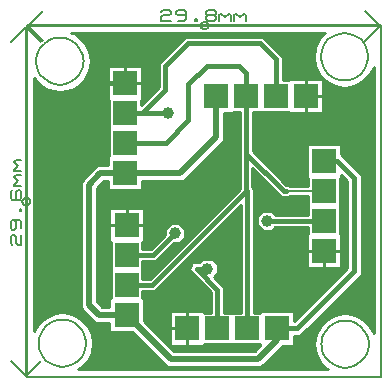
<source format=gbr>
G04 PROTEUS GERBER X2 FILE*
%TF.GenerationSoftware,Labcenter,Proteus,8.12-SP2-Build31155*%
%TF.CreationDate,2022-11-22T16:10:00+00:00*%
%TF.FileFunction,Copper,L2,Bot*%
%TF.FilePolarity,Positive*%
%TF.Part,Single*%
%TF.SameCoordinates,{c16a8dad-42be-4f3a-a876-1634d5cf0ecb}*%
%FSLAX45Y45*%
%MOMM*%
G01*
%TA.AperFunction,Conductor*%
%ADD17C,0.500000*%
%ADD10C,0.400000*%
%ADD18C,0.203200*%
%TA.AperFunction,ViaPad*%
%ADD11C,1.000000*%
%TA.AperFunction,Conductor*%
%ADD12C,0.254000*%
%TA.AperFunction,ComponentPad*%
%ADD13R,2.032000X2.032000*%
%TA.AperFunction,Profile*%
%ADD14C,0.203200*%
%TA.AperFunction,NonMaterial*%
%ADD15C,0.203200*%
%TD.AperFunction*%
G36*
X-1653838Y+2034908D02*
X-1698980Y+1985422D01*
X-1732857Y+1918325D01*
X-1746346Y+1835660D01*
X-1732857Y+1752995D01*
X-1698980Y+1685898D01*
X-1653838Y+1636412D01*
X-1601011Y+1601629D01*
X-1543584Y+1581040D01*
X-1484580Y+1574305D01*
X-1425576Y+1581040D01*
X-1368149Y+1601629D01*
X-1315322Y+1636412D01*
X-1270180Y+1685898D01*
X-1238360Y+1748921D01*
X-1238360Y-501916D01*
X-1265260Y-448638D01*
X-1310402Y-399152D01*
X-1363229Y-364369D01*
X-1420656Y-343780D01*
X-1479660Y-337045D01*
X-1538664Y-343780D01*
X-1596091Y-364369D01*
X-1648918Y-399152D01*
X-1694060Y-448638D01*
X-1727937Y-515735D01*
X-1741426Y-598400D01*
X-1727937Y-681065D01*
X-1694060Y-748162D01*
X-1648918Y-797648D01*
X-1628214Y-811280D01*
X-3736999Y-811280D01*
X-3704722Y-790028D01*
X-3659580Y-740542D01*
X-3625703Y-673445D01*
X-3612214Y-590780D01*
X-3625703Y-508115D01*
X-3659580Y-441018D01*
X-3704722Y-391532D01*
X-3757549Y-356749D01*
X-3814976Y-336160D01*
X-3873980Y-329425D01*
X-3932984Y-336160D01*
X-3990411Y-356749D01*
X-4043238Y-391532D01*
X-4088380Y-441018D01*
X-4112260Y-488315D01*
X-4112260Y+1656443D01*
X-4108380Y+1648758D01*
X-4063238Y+1599272D01*
X-4010411Y+1564489D01*
X-3952984Y+1543900D01*
X-3893980Y+1537165D01*
X-3834976Y+1543900D01*
X-3777549Y+1564489D01*
X-3724722Y+1599272D01*
X-3679580Y+1648758D01*
X-3645703Y+1715855D01*
X-3632214Y+1798520D01*
X-3645703Y+1881185D01*
X-3679580Y+1948282D01*
X-3724722Y+1997768D01*
X-3777549Y+2032551D01*
X-3796485Y+2039340D01*
X-1647107Y+2039340D01*
X-1653838Y+2034908D01*
G37*
%LPC*%
G36*
X-2024510Y+1852859D02*
X-2008981Y+1837330D01*
X-2008981Y+1634619D01*
X-1952779Y+1634619D01*
X-1952779Y+1644779D01*
X-1663221Y+1644779D01*
X-1663221Y+1355221D01*
X-1952779Y+1355221D01*
X-1952779Y+1365381D01*
X-2262981Y+1365381D01*
X-2262981Y+1037961D01*
X-1978039Y+753019D01*
X-1958039Y+753019D01*
X-1948199Y+743179D01*
X-1794619Y+743179D01*
X-1794619Y+809221D01*
X-1804779Y+809221D01*
X-1804779Y+1098779D01*
X-1515221Y+1098779D01*
X-1515221Y+1014569D01*
X-1336821Y+836169D01*
X-1336821Y+783831D01*
X-1339108Y+781544D01*
X-1339108Y-8455D01*
X-1858450Y-527797D01*
X-1908000Y-527797D01*
X-1908000Y-609398D01*
X-2005367Y-609398D01*
X-2188027Y-792058D01*
X-2984360Y-792058D01*
X-3281639Y-494779D01*
X-3474779Y-494779D01*
X-3474779Y-416349D01*
X-3594568Y-416349D01*
X-3718179Y-292738D01*
X-3718179Y+778239D01*
X-3578739Y+917679D01*
X-3485239Y+917679D01*
X-3485239Y+994279D01*
X-3475079Y+994279D01*
X-3475079Y+1466721D01*
X-3485239Y+1466721D01*
X-3485239Y+1756279D01*
X-3195681Y+1756279D01*
X-3195681Y+1466721D01*
X-3205841Y+1466721D01*
X-3205841Y+1426070D01*
X-3053019Y+1578892D01*
X-3053019Y+1781961D01*
X-2831600Y+2003380D01*
X-2175031Y+2003380D01*
X-2024510Y+1852859D01*
G37*
G36*
X-3795206Y+1385300D02*
X-3795206Y+1420674D01*
X-3770193Y+1445687D01*
X-3734819Y+1445687D01*
X-3709806Y+1420674D01*
X-3709806Y+1385300D01*
X-3734819Y+1360287D01*
X-3770193Y+1360287D01*
X-3795206Y+1385300D01*
G37*
%LPD*%
G36*
X-2369019Y+1057720D02*
X-2373333Y+1053406D01*
X-2373333Y+718033D01*
X-3134348Y-42982D01*
X-3195381Y-42982D01*
X-3195381Y+104981D01*
X-3080039Y+104981D01*
X-2930579Y+254441D01*
X-2884560Y+254441D01*
X-2834441Y+304560D01*
X-2834441Y+375440D01*
X-2884560Y+425559D01*
X-2955440Y+425559D01*
X-3005559Y+375440D01*
X-3005559Y+329421D01*
X-3123961Y+211019D01*
X-3195381Y+211019D01*
X-3195381Y+267221D01*
X-3185221Y+267221D01*
X-3185221Y+556779D01*
X-3474779Y+556779D01*
X-3474779Y+267221D01*
X-3464619Y+267221D01*
X-3464619Y-205221D01*
X-3474779Y-205221D01*
X-3474779Y-279991D01*
X-3538090Y-279991D01*
X-3581821Y-236260D01*
X-3581821Y+721761D01*
X-3522261Y+781321D01*
X-3485239Y+781321D01*
X-3485239Y+704721D01*
X-3195681Y+704721D01*
X-3195681Y+781321D01*
X-2844752Y+781321D01*
X-2501713Y+1124360D01*
X-2501713Y+1355221D01*
X-2425221Y+1355221D01*
X-2425221Y+1365381D01*
X-2369019Y+1365381D01*
X-2369019Y+1057720D01*
G37*
G36*
X-2359798Y-330000D02*
X-2507760Y-330000D01*
X-2507760Y-113557D01*
X-2593099Y-28218D01*
X-2559140Y+5741D01*
X-2559140Y+76621D01*
X-2609259Y+126740D01*
X-2680139Y+126740D01*
X-2712679Y+94200D01*
X-2772904Y+94200D01*
X-2800018Y+28741D01*
X-2613798Y-157479D01*
X-2613798Y-330000D01*
X-2670000Y-330000D01*
X-2670000Y-319840D01*
X-2959558Y-319840D01*
X-2959558Y-609398D01*
X-2670000Y-609398D01*
X-2670000Y-599238D01*
X-2197558Y-599238D01*
X-2197558Y-608753D01*
X-2244505Y-655700D01*
X-2927882Y-655700D01*
X-3185221Y-398361D01*
X-3185221Y-205221D01*
X-3195381Y-205221D01*
X-3195381Y-149018D01*
X-3090424Y-149018D01*
X-2359798Y+581608D01*
X-2359798Y-330000D01*
G37*
G36*
X-2037490Y+662510D02*
X-2021961Y+646981D01*
X-1958039Y+646981D01*
X-1948199Y+656821D01*
X-1794619Y+656821D01*
X-1794619Y+499019D01*
X-2066526Y+499019D01*
X-2101259Y+533752D01*
X-2172139Y+533752D01*
X-2222258Y+483633D01*
X-2222258Y+412753D01*
X-2172139Y+362634D01*
X-2101259Y+362634D01*
X-2070912Y+392981D01*
X-1794619Y+392981D01*
X-1794619Y+336779D01*
X-1804779Y+336779D01*
X-1804779Y+47221D01*
X-1515221Y+47221D01*
X-1515221Y+336779D01*
X-1525381Y+336779D01*
X-1525381Y+809221D01*
X-1515221Y+809221D01*
X-1515221Y+835873D01*
X-1465466Y+786118D01*
X-1465466Y+43883D01*
X-1908000Y-398651D01*
X-1908000Y-319840D01*
X-2197558Y-319840D01*
X-2197558Y-330000D01*
X-2253760Y-330000D01*
X-2253760Y+718426D01*
X-2267295Y+731961D01*
X-2267295Y+892315D01*
X-2037490Y+662510D01*
G37*
D17*
X-3340460Y+849500D02*
X-3550500Y+849500D01*
X-3650000Y+750000D01*
X-3650000Y-264499D01*
X-3566329Y-348170D01*
X-3331830Y-348170D01*
X-3330000Y-350000D01*
X-3340460Y+849500D02*
X-2872991Y+849500D01*
X-2569892Y+1152599D01*
X-2569892Y+1499892D01*
X-2570000Y+1500000D01*
D10*
X-3340460Y+1103500D02*
X-2998004Y+1103500D01*
X-2805247Y+1296257D01*
X-2805247Y+1604969D01*
X-2652419Y+1757797D01*
X-2380385Y+1757797D01*
X-2319254Y+1696666D01*
X-2319254Y+1503254D01*
X-2316000Y+1500000D01*
D18*
X-1660000Y+700000D02*
X-1980000Y+700000D01*
X-2312779Y-363019D02*
X-2306779Y-464619D01*
D10*
X-2312779Y-363019D02*
X-2312779Y-458619D01*
X-2306779Y-464619D01*
X-3199431Y+1357500D02*
X-2982500Y+1357500D01*
X-2980000Y+1360000D01*
X-3340460Y+1357500D02*
X-3199431Y+1357500D01*
X-3113959Y+1442972D01*
X-3000000Y+1556931D01*
X-3000000Y+1760000D01*
X-2809639Y+1950361D01*
X-2196992Y+1950361D01*
X-2062000Y+1815369D01*
X-2062000Y+1500000D01*
X-2920000Y+340000D02*
X-3102000Y+158000D01*
X-3330000Y+158000D01*
X-2560779Y-464619D02*
X-2560779Y-135518D01*
X-2737478Y+41181D01*
X-2644699Y+41181D01*
X-2052779Y-464619D02*
X-1884620Y-464619D01*
X-1402287Y+17714D01*
X-1402287Y+807713D01*
X-1400000Y+810000D01*
X-1544000Y+954000D01*
X-1660000Y+954000D01*
D17*
X-3330000Y-350000D02*
X-2956121Y-723879D01*
X-2216266Y-723879D01*
X-2052779Y-560392D01*
X-2052779Y-464619D01*
D10*
X-2316000Y+1500000D02*
X-2316000Y+1035759D01*
X-2316000Y+1016000D01*
X-2000000Y+700000D01*
X-1980000Y+700000D01*
X-2306779Y-464619D02*
X-2306779Y+696465D01*
X-2320314Y+710000D01*
X-3330000Y-96000D02*
X-3112386Y-96000D01*
X-2320314Y+696072D01*
X-2320314Y+710000D01*
X-2320314Y+1031445D01*
X-2316000Y+1035759D01*
X-1660000Y+446000D02*
X-2134506Y+446000D01*
X-2136699Y+448193D01*
X-3340460Y+1611500D02*
X-3543993Y+1611500D01*
X-3752506Y+1402987D01*
D11*
X-2980000Y+1360000D03*
X-2920000Y+340000D03*
X-2644699Y+41181D03*
X-2136699Y+448193D03*
X-3752506Y+1402987D03*
D12*
X-1653838Y+2034908D02*
X-1698980Y+1985422D01*
X-1732857Y+1918325D01*
X-1746346Y+1835660D01*
X-1732857Y+1752995D01*
X-1698980Y+1685898D01*
X-1653838Y+1636412D01*
X-1601011Y+1601629D01*
X-1543584Y+1581040D01*
X-1484580Y+1574305D01*
X-1425576Y+1581040D01*
X-1368149Y+1601629D01*
X-1315322Y+1636412D01*
X-1270180Y+1685898D01*
X-1238360Y+1748921D01*
X-1238360Y-501916D01*
X-1265260Y-448638D01*
X-1310402Y-399152D01*
X-1363229Y-364369D01*
X-1420656Y-343780D01*
X-1479660Y-337045D01*
X-1538664Y-343780D01*
X-1596091Y-364369D01*
X-1648918Y-399152D01*
X-1694060Y-448638D01*
X-1727937Y-515735D01*
X-1741426Y-598400D01*
X-1727937Y-681065D01*
X-1694060Y-748162D01*
X-1648918Y-797648D01*
X-1628214Y-811280D01*
X-3736999Y-811280D01*
X-3704722Y-790028D01*
X-3659580Y-740542D01*
X-3625703Y-673445D01*
X-3612214Y-590780D01*
X-3625703Y-508115D01*
X-3659580Y-441018D01*
X-3704722Y-391532D01*
X-3757549Y-356749D01*
X-3814976Y-336160D01*
X-3873980Y-329425D01*
X-3932984Y-336160D01*
X-3990411Y-356749D01*
X-4043238Y-391532D01*
X-4088380Y-441018D01*
X-4112260Y-488315D01*
X-4112260Y+1656443D01*
X-4108380Y+1648758D01*
X-4063238Y+1599272D01*
X-4010411Y+1564489D01*
X-3952984Y+1543900D01*
X-3893980Y+1537165D01*
X-3834976Y+1543900D01*
X-3777549Y+1564489D01*
X-3724722Y+1599272D01*
X-3679580Y+1648758D01*
X-3645703Y+1715855D01*
X-3632214Y+1798520D01*
X-3645703Y+1881185D01*
X-3679580Y+1948282D01*
X-3724722Y+1997768D01*
X-3777549Y+2032551D01*
X-3796485Y+2039340D01*
X-1647107Y+2039340D01*
X-1653838Y+2034908D01*
X-2024510Y+1852859D02*
X-2008981Y+1837330D01*
X-2008981Y+1634619D01*
X-1952779Y+1634619D01*
X-1952779Y+1644779D01*
X-1663221Y+1644779D01*
X-1663221Y+1355221D01*
X-1952779Y+1355221D01*
X-1952779Y+1365381D01*
X-2262981Y+1365381D01*
X-2262981Y+1037961D01*
X-1978039Y+753019D01*
X-1958039Y+753019D01*
X-1948199Y+743179D01*
X-1794619Y+743179D01*
X-1794619Y+809221D01*
X-1804779Y+809221D01*
X-1804779Y+1098779D01*
X-1515221Y+1098779D01*
X-1515221Y+1014569D01*
X-1336821Y+836169D01*
X-1336821Y+783831D01*
X-1339108Y+781544D01*
X-1339108Y-8455D01*
X-1858450Y-527797D01*
X-1908000Y-527797D01*
X-1908000Y-609398D01*
X-2005367Y-609398D01*
X-2188027Y-792058D01*
X-2984360Y-792058D01*
X-3281639Y-494779D01*
X-3474779Y-494779D01*
X-3474779Y-416349D01*
X-3594568Y-416349D01*
X-3718179Y-292738D01*
X-3718179Y+778239D01*
X-3578739Y+917679D01*
X-3485239Y+917679D01*
X-3485239Y+994279D01*
X-3475079Y+994279D01*
X-3475079Y+1466721D01*
X-3485239Y+1466721D01*
X-3485239Y+1756279D01*
X-3195681Y+1756279D01*
X-3195681Y+1466721D01*
X-3205841Y+1466721D01*
X-3205841Y+1426070D01*
X-3053019Y+1578892D01*
X-3053019Y+1781961D01*
X-2831600Y+2003380D01*
X-2175031Y+2003380D01*
X-2024510Y+1852859D01*
X-3795206Y+1385300D02*
X-3795206Y+1420674D01*
X-3770193Y+1445687D01*
X-3734819Y+1445687D01*
X-3709806Y+1420674D01*
X-3709806Y+1385300D01*
X-3734819Y+1360287D01*
X-3770193Y+1360287D01*
X-3795206Y+1385300D01*
X-2369019Y+1057720D02*
X-2373333Y+1053406D01*
X-2373333Y+718033D01*
X-3134348Y-42982D01*
X-3195381Y-42982D01*
X-3195381Y+104981D01*
X-3080039Y+104981D01*
X-2930579Y+254441D01*
X-2884560Y+254441D01*
X-2834441Y+304560D01*
X-2834441Y+375440D01*
X-2884560Y+425559D01*
X-2955440Y+425559D01*
X-3005559Y+375440D01*
X-3005559Y+329421D01*
X-3123961Y+211019D01*
X-3195381Y+211019D01*
X-3195381Y+267221D01*
X-3185221Y+267221D01*
X-3185221Y+556779D01*
X-3474779Y+556779D01*
X-3474779Y+267221D01*
X-3464619Y+267221D01*
X-3464619Y-205221D01*
X-3474779Y-205221D01*
X-3474779Y-279991D01*
X-3538090Y-279991D01*
X-3581821Y-236260D01*
X-3581821Y+721761D01*
X-3522261Y+781321D01*
X-3485239Y+781321D01*
X-3485239Y+704721D01*
X-3195681Y+704721D01*
X-3195681Y+781321D01*
X-2844752Y+781321D01*
X-2501713Y+1124360D01*
X-2501713Y+1355221D01*
X-2425221Y+1355221D01*
X-2425221Y+1365381D01*
X-2369019Y+1365381D01*
X-2369019Y+1057720D01*
X-2359798Y-330000D02*
X-2507760Y-330000D01*
X-2507760Y-113557D01*
X-2593099Y-28218D01*
X-2559140Y+5741D01*
X-2559140Y+76621D01*
X-2609259Y+126740D01*
X-2680139Y+126740D01*
X-2712679Y+94200D01*
X-2772904Y+94200D01*
X-2800018Y+28741D01*
X-2613798Y-157479D01*
X-2613798Y-330000D01*
X-2670000Y-330000D01*
X-2670000Y-319840D01*
X-2959558Y-319840D01*
X-2959558Y-609398D01*
X-2670000Y-609398D01*
X-2670000Y-599238D01*
X-2197558Y-599238D01*
X-2197558Y-608753D01*
X-2244505Y-655700D01*
X-2927882Y-655700D01*
X-3185221Y-398361D01*
X-3185221Y-205221D01*
X-3195381Y-205221D01*
X-3195381Y-149018D01*
X-3090424Y-149018D01*
X-2359798Y+581608D01*
X-2359798Y-330000D01*
X-2037490Y+662510D02*
X-2021961Y+646981D01*
X-1958039Y+646981D01*
X-1948199Y+656821D01*
X-1794619Y+656821D01*
X-1794619Y+499019D01*
X-2066526Y+499019D01*
X-2101259Y+533752D01*
X-2172139Y+533752D01*
X-2222258Y+483633D01*
X-2222258Y+412753D01*
X-2172139Y+362634D01*
X-2101259Y+362634D01*
X-2070912Y+392981D01*
X-1794619Y+392981D01*
X-1794619Y+336779D01*
X-1804779Y+336779D01*
X-1804779Y+47221D01*
X-1515221Y+47221D01*
X-1515221Y+336779D01*
X-1525381Y+336779D01*
X-1525381Y+809221D01*
X-1515221Y+809221D01*
X-1515221Y+835873D01*
X-1465466Y+786118D01*
X-1465466Y+43883D01*
X-1908000Y-398651D01*
X-1908000Y-319840D01*
X-2197558Y-319840D01*
X-2197558Y-330000D01*
X-2253760Y-330000D01*
X-2253760Y+718426D01*
X-2267295Y+731961D01*
X-2267295Y+892315D01*
X-2037490Y+662510D01*
X-3340460Y+1756279D02*
X-3340460Y+1611500D01*
X-3195681Y+1611500D02*
X-3340460Y+1611500D01*
X-3485239Y+1611500D02*
X-3340460Y+1611500D01*
X-1663221Y+1500000D02*
X-1808000Y+1500000D01*
X-1808000Y+1355221D02*
X-1808000Y+1500000D01*
X-1808000Y+1644779D02*
X-1808000Y+1500000D01*
X-1660000Y+47221D02*
X-1660000Y+192000D01*
X-1804779Y+192000D02*
X-1660000Y+192000D01*
X-1515221Y+192000D02*
X-1660000Y+192000D01*
X-2959558Y-464619D02*
X-2814779Y-464619D01*
X-2814779Y-319840D02*
X-2814779Y-464619D01*
X-2814779Y-609398D02*
X-2814779Y-464619D01*
X-3330000Y+556779D02*
X-3330000Y+412000D01*
X-3185221Y+412000D02*
X-3330000Y+412000D01*
X-3474779Y+412000D02*
X-3330000Y+412000D01*
D13*
X-3340460Y+849500D03*
X-3340460Y+1103500D03*
X-3340460Y+1357500D03*
X-3340460Y+1611500D03*
X-2570000Y+1500000D03*
X-2316000Y+1500000D03*
X-2062000Y+1500000D03*
X-1808000Y+1500000D03*
X-1660000Y+954000D03*
X-1660000Y+700000D03*
X-1660000Y+446000D03*
X-1660000Y+192000D03*
X-2052779Y-464619D03*
X-2306779Y-464619D03*
X-2560779Y-464619D03*
X-2814779Y-464619D03*
X-3330000Y-350000D03*
X-3330000Y-96000D03*
X-3330000Y+158000D03*
X-3330000Y+412000D03*
D14*
X-4173220Y-872240D02*
X-1177400Y-872240D01*
X-1177400Y+2100300D01*
X-4173220Y+2100300D01*
X-4173220Y-872240D01*
X-3693980Y+1798520D02*
X-3694640Y+1814759D01*
X-3700005Y+1847239D01*
X-3711205Y+1879719D01*
X-3729429Y+1912199D01*
X-3757296Y+1944525D01*
X-3789776Y+1969229D01*
X-3822256Y+1985217D01*
X-3854736Y+1994632D01*
X-3887216Y+1998406D01*
X-3893980Y+1998520D01*
X-4093980Y+1798520D02*
X-4093320Y+1814759D01*
X-4087955Y+1847239D01*
X-4076755Y+1879719D01*
X-4058531Y+1912199D01*
X-4030664Y+1944525D01*
X-3998184Y+1969229D01*
X-3965704Y+1985217D01*
X-3933224Y+1994632D01*
X-3900744Y+1998406D01*
X-3893980Y+1998520D01*
X-4093980Y+1798520D02*
X-4093320Y+1782281D01*
X-4087955Y+1749801D01*
X-4076755Y+1717321D01*
X-4058531Y+1684841D01*
X-4030664Y+1652515D01*
X-3998184Y+1627811D01*
X-3965704Y+1611823D01*
X-3933224Y+1602408D01*
X-3900744Y+1598634D01*
X-3893980Y+1598520D01*
X-3693980Y+1798520D02*
X-3694640Y+1782281D01*
X-3700005Y+1749801D01*
X-3711205Y+1717321D01*
X-3729429Y+1684841D01*
X-3757296Y+1652515D01*
X-3789776Y+1627811D01*
X-3822256Y+1611823D01*
X-3854736Y+1602408D01*
X-3887216Y+1598634D01*
X-3893980Y+1598520D01*
X-1284580Y+1835660D02*
X-1285240Y+1851899D01*
X-1290605Y+1884379D01*
X-1301805Y+1916859D01*
X-1320029Y+1949339D01*
X-1347896Y+1981665D01*
X-1380376Y+2006369D01*
X-1412856Y+2022357D01*
X-1445336Y+2031772D01*
X-1477816Y+2035546D01*
X-1484580Y+2035660D01*
X-1684580Y+1835660D02*
X-1683920Y+1851899D01*
X-1678555Y+1884379D01*
X-1667355Y+1916859D01*
X-1649131Y+1949339D01*
X-1621264Y+1981665D01*
X-1588784Y+2006369D01*
X-1556304Y+2022357D01*
X-1523824Y+2031772D01*
X-1491344Y+2035546D01*
X-1484580Y+2035660D01*
X-1684580Y+1835660D02*
X-1683920Y+1819421D01*
X-1678555Y+1786941D01*
X-1667355Y+1754461D01*
X-1649131Y+1721981D01*
X-1621264Y+1689655D01*
X-1588784Y+1664951D01*
X-1556304Y+1648963D01*
X-1523824Y+1639548D01*
X-1491344Y+1635774D01*
X-1484580Y+1635660D01*
X-1284580Y+1835660D02*
X-1285240Y+1819421D01*
X-1290605Y+1786941D01*
X-1301805Y+1754461D01*
X-1320029Y+1721981D01*
X-1347896Y+1689655D01*
X-1380376Y+1664951D01*
X-1412856Y+1648963D01*
X-1445336Y+1639548D01*
X-1477816Y+1635774D01*
X-1484580Y+1635660D01*
X-3673980Y-590780D02*
X-3674640Y-574541D01*
X-3680005Y-542061D01*
X-3691205Y-509581D01*
X-3709429Y-477101D01*
X-3737296Y-444775D01*
X-3769776Y-420071D01*
X-3802256Y-404083D01*
X-3834736Y-394668D01*
X-3867216Y-390894D01*
X-3873980Y-390780D01*
X-4073980Y-590780D02*
X-4073320Y-574541D01*
X-4067955Y-542061D01*
X-4056755Y-509581D01*
X-4038531Y-477101D01*
X-4010664Y-444775D01*
X-3978184Y-420071D01*
X-3945704Y-404083D01*
X-3913224Y-394668D01*
X-3880744Y-390894D01*
X-3873980Y-390780D01*
X-4073980Y-590780D02*
X-4073320Y-607019D01*
X-4067955Y-639499D01*
X-4056755Y-671979D01*
X-4038531Y-704459D01*
X-4010664Y-736785D01*
X-3978184Y-761489D01*
X-3945704Y-777477D01*
X-3913224Y-786892D01*
X-3880744Y-790666D01*
X-3873980Y-790780D01*
X-3673980Y-590780D02*
X-3674640Y-607019D01*
X-3680005Y-639499D01*
X-3691205Y-671979D01*
X-3709429Y-704459D01*
X-3737296Y-736785D01*
X-3769776Y-761489D01*
X-3802256Y-777477D01*
X-3834736Y-786892D01*
X-3867216Y-790666D01*
X-3873980Y-790780D01*
X-1279660Y-598400D02*
X-1280320Y-582161D01*
X-1285685Y-549681D01*
X-1296885Y-517201D01*
X-1315109Y-484721D01*
X-1342976Y-452395D01*
X-1375456Y-427691D01*
X-1407936Y-411703D01*
X-1440416Y-402288D01*
X-1472896Y-398514D01*
X-1479660Y-398400D01*
X-1679660Y-598400D02*
X-1679000Y-582161D01*
X-1673635Y-549681D01*
X-1662435Y-517201D01*
X-1644211Y-484721D01*
X-1616344Y-452395D01*
X-1583864Y-427691D01*
X-1551384Y-411703D01*
X-1518904Y-402288D01*
X-1486424Y-398514D01*
X-1479660Y-398400D01*
X-1679660Y-598400D02*
X-1679000Y-614639D01*
X-1673635Y-647119D01*
X-1662435Y-679599D01*
X-1644211Y-712079D01*
X-1616344Y-744405D01*
X-1583864Y-769109D01*
X-1551384Y-785097D01*
X-1518904Y-794512D01*
X-1486424Y-798286D01*
X-1479660Y-798400D01*
X-1279660Y-598400D02*
X-1280320Y-614639D01*
X-1285685Y-647119D01*
X-1296885Y-679599D01*
X-1315109Y-712079D01*
X-1342976Y-744405D01*
X-1375456Y-769109D01*
X-1407936Y-785097D01*
X-1440416Y-794512D01*
X-1472896Y-798286D01*
X-1479660Y-798400D01*
D15*
X-4180000Y-870000D02*
X-4180000Y+2090000D01*
X-4180000Y-870000D02*
X-4053000Y-743000D01*
X-4180000Y-870000D02*
X-4307000Y-743000D01*
X-4180000Y+2090000D02*
X-4307000Y+1963000D01*
X-4180000Y+2090000D02*
X-4053000Y+1963000D01*
X-4148250Y+610000D02*
X-4148359Y+612634D01*
X-4149249Y+617903D01*
X-4151111Y+623172D01*
X-4154154Y+628441D01*
X-4158809Y+633643D01*
X-4164078Y+637469D01*
X-4169347Y+639909D01*
X-4174616Y+641290D01*
X-4179885Y+641750D01*
X-4180000Y+641750D01*
X-4211750Y+610000D02*
X-4211641Y+612634D01*
X-4210751Y+617903D01*
X-4208889Y+623172D01*
X-4205846Y+628441D01*
X-4201191Y+633643D01*
X-4195922Y+637469D01*
X-4190653Y+639909D01*
X-4185384Y+641290D01*
X-4180115Y+641750D01*
X-4180000Y+641750D01*
X-4211750Y+610000D02*
X-4211641Y+607366D01*
X-4210751Y+602097D01*
X-4208889Y+596828D01*
X-4205846Y+591559D01*
X-4201191Y+586357D01*
X-4195922Y+582531D01*
X-4190653Y+580091D01*
X-4185384Y+578710D01*
X-4180115Y+578250D01*
X-4180000Y+578250D01*
X-4148250Y+610000D02*
X-4148359Y+607366D01*
X-4149249Y+602097D01*
X-4151111Y+596828D01*
X-4154154Y+591559D01*
X-4158809Y+586357D01*
X-4164078Y+582531D01*
X-4169347Y+580091D01*
X-4174616Y+578710D01*
X-4179885Y+578250D01*
X-4180000Y+578250D01*
X-4296840Y+244875D02*
X-4312080Y+260750D01*
X-4312080Y+308375D01*
X-4296840Y+324250D01*
X-4281600Y+324250D01*
X-4266360Y+308375D01*
X-4266360Y+260750D01*
X-4251120Y+244875D01*
X-4220640Y+244875D01*
X-4220640Y+324250D01*
X-4281600Y+451250D02*
X-4266360Y+435375D01*
X-4266360Y+387750D01*
X-4281600Y+371875D01*
X-4296840Y+371875D01*
X-4312080Y+387750D01*
X-4312080Y+435375D01*
X-4296840Y+451250D01*
X-4235880Y+451250D01*
X-4220640Y+435375D01*
X-4220640Y+387750D01*
X-4235880Y+530625D02*
X-4235880Y+546500D01*
X-4220640Y+546500D01*
X-4220640Y+530625D01*
X-4235880Y+530625D01*
X-4296840Y+705250D02*
X-4312080Y+689375D01*
X-4312080Y+641750D01*
X-4296840Y+625875D01*
X-4235880Y+625875D01*
X-4220640Y+641750D01*
X-4220640Y+689375D01*
X-4235880Y+705250D01*
X-4251120Y+705250D01*
X-4266360Y+689375D01*
X-4266360Y+625875D01*
X-4220640Y+737000D02*
X-4281600Y+737000D01*
X-4266360Y+737000D02*
X-4281600Y+752875D01*
X-4251120Y+784625D01*
X-4281600Y+816375D01*
X-4266360Y+832250D01*
X-4220640Y+832250D01*
X-4220640Y+864000D02*
X-4281600Y+864000D01*
X-4266360Y+864000D02*
X-4281600Y+879875D01*
X-4251120Y+911625D01*
X-4281600Y+943375D01*
X-4266360Y+959250D01*
X-4220640Y+959250D01*
X-1180000Y+2100000D02*
X-4160000Y+2100000D01*
X-1180000Y+2100000D02*
X-1307000Y+2227000D01*
X-1180000Y+2100000D02*
X-1307000Y+1973000D01*
X-4160000Y+2100000D02*
X-4033000Y+1973000D01*
X-4160000Y+2100000D02*
X-4033000Y+2227000D01*
X-2638250Y+2100000D02*
X-2638359Y+2102634D01*
X-2639249Y+2107903D01*
X-2641111Y+2113172D01*
X-2644154Y+2118441D01*
X-2648809Y+2123643D01*
X-2654078Y+2127469D01*
X-2659347Y+2129909D01*
X-2664616Y+2131290D01*
X-2669885Y+2131750D01*
X-2670000Y+2131750D01*
X-2701750Y+2100000D02*
X-2701641Y+2102634D01*
X-2700751Y+2107903D01*
X-2698889Y+2113172D01*
X-2695846Y+2118441D01*
X-2691191Y+2123643D01*
X-2685922Y+2127469D01*
X-2680653Y+2129909D01*
X-2675384Y+2131290D01*
X-2670115Y+2131750D01*
X-2670000Y+2131750D01*
X-2701750Y+2100000D02*
X-2701641Y+2097366D01*
X-2700751Y+2092097D01*
X-2698889Y+2086828D01*
X-2695846Y+2081559D01*
X-2691191Y+2076357D01*
X-2685922Y+2072531D01*
X-2680653Y+2070091D01*
X-2675384Y+2068710D01*
X-2670115Y+2068250D01*
X-2670000Y+2068250D01*
X-2638250Y+2100000D02*
X-2638359Y+2097366D01*
X-2639249Y+2092097D01*
X-2641111Y+2086828D01*
X-2644154Y+2081559D01*
X-2648809Y+2076357D01*
X-2654078Y+2072531D01*
X-2659347Y+2070091D01*
X-2664616Y+2068710D01*
X-2669885Y+2068250D01*
X-2670000Y+2068250D01*
X-3035125Y+2216840D02*
X-3019250Y+2232080D01*
X-2971625Y+2232080D01*
X-2955750Y+2216840D01*
X-2955750Y+2201600D01*
X-2971625Y+2186360D01*
X-3019250Y+2186360D01*
X-3035125Y+2171120D01*
X-3035125Y+2140640D01*
X-2955750Y+2140640D01*
X-2828750Y+2201600D02*
X-2844625Y+2186360D01*
X-2892250Y+2186360D01*
X-2908125Y+2201600D01*
X-2908125Y+2216840D01*
X-2892250Y+2232080D01*
X-2844625Y+2232080D01*
X-2828750Y+2216840D01*
X-2828750Y+2155880D01*
X-2844625Y+2140640D01*
X-2892250Y+2140640D01*
X-2749375Y+2155880D02*
X-2733500Y+2155880D01*
X-2733500Y+2140640D01*
X-2749375Y+2140640D01*
X-2749375Y+2155880D01*
X-2638250Y+2186360D02*
X-2654125Y+2201600D01*
X-2654125Y+2216840D01*
X-2638250Y+2232080D01*
X-2590625Y+2232080D01*
X-2574750Y+2216840D01*
X-2574750Y+2201600D01*
X-2590625Y+2186360D01*
X-2638250Y+2186360D01*
X-2654125Y+2171120D01*
X-2654125Y+2155880D01*
X-2638250Y+2140640D01*
X-2590625Y+2140640D01*
X-2574750Y+2155880D01*
X-2574750Y+2171120D01*
X-2590625Y+2186360D01*
X-2543000Y+2140640D02*
X-2543000Y+2201600D01*
X-2543000Y+2186360D02*
X-2527125Y+2201600D01*
X-2495375Y+2171120D01*
X-2463625Y+2201600D01*
X-2447750Y+2186360D01*
X-2447750Y+2140640D01*
X-2416000Y+2140640D02*
X-2416000Y+2201600D01*
X-2416000Y+2186360D02*
X-2400125Y+2201600D01*
X-2368375Y+2171120D01*
X-2336625Y+2201600D01*
X-2320750Y+2186360D01*
X-2320750Y+2140640D01*
M02*

</source>
